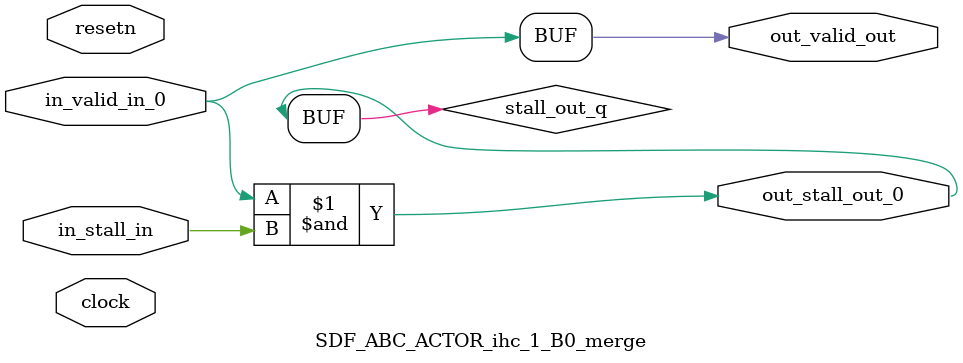
<source format=sv>



(* altera_attribute = "-name AUTO_SHIFT_REGISTER_RECOGNITION OFF; -name MESSAGE_DISABLE 10036; -name MESSAGE_DISABLE 10037; -name MESSAGE_DISABLE 14130; -name MESSAGE_DISABLE 14320; -name MESSAGE_DISABLE 15400; -name MESSAGE_DISABLE 14130; -name MESSAGE_DISABLE 10036; -name MESSAGE_DISABLE 12020; -name MESSAGE_DISABLE 12030; -name MESSAGE_DISABLE 12010; -name MESSAGE_DISABLE 12110; -name MESSAGE_DISABLE 14320; -name MESSAGE_DISABLE 13410; -name MESSAGE_DISABLE 113007; -name MESSAGE_DISABLE 10958" *)
module SDF_ABC_ACTOR_ihc_1_B0_merge (
    input wire [0:0] in_stall_in,
    input wire [0:0] in_valid_in_0,
    output wire [0:0] out_stall_out_0,
    output wire [0:0] out_valid_out,
    input wire clock,
    input wire resetn
    );

    wire [0:0] stall_out_q;


    // stall_out(LOGICAL,6)
    assign stall_out_q = in_valid_in_0 & in_stall_in;

    // out_stall_out_0(GPOUT,4)
    assign out_stall_out_0 = stall_out_q;

    // out_valid_out(GPOUT,5)
    assign out_valid_out = in_valid_in_0;

endmodule

</source>
